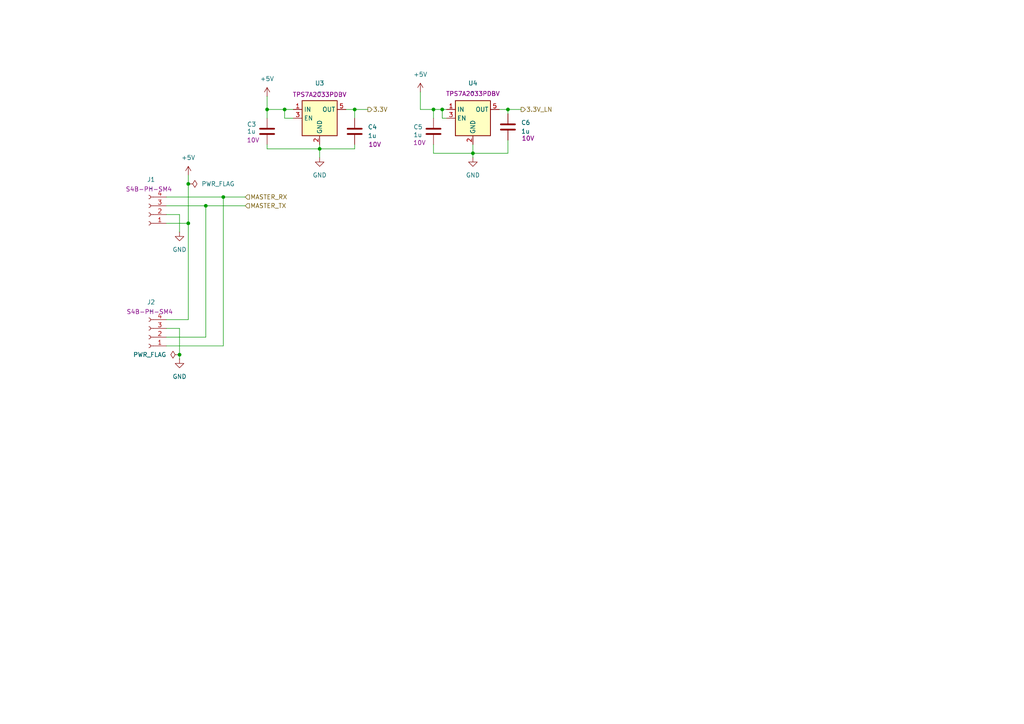
<source format=kicad_sch>
(kicad_sch (version 20250114) (generator "eeschema") (generator_version "9.0")
  (paper "A4")
  (title_block (title "${SHEETNAME}") (rev "${VERSION}") (company "${COMPANY}"))
  (lib_symbols
    (symbol "symbols:+5V" (power) (pin_numbers (hide yes)) (pin_names (offset 0) (hide yes))
      (property "Value" "+5V" (at 0 3.556 0))
      (symbol "+5V_0_1"
        (polyline (pts (xy -0.762 1.27) (xy 0 2.54)))
        (polyline (pts (xy 0 2.54) (xy 0.762 1.27)))
        (polyline (pts (xy 0 0) (xy 0 2.54)))
      )
      (symbol "+5V_1_1"
        (pin power_in line (at 0 0 90) (length 0) (name "~") (number "1"))
      )
    )
    (symbol "symbols:C" (pin_numbers (hide yes)) (pin_names (offset 0.254))
      (property "Reference" "C" (at 0.635 2.54 0))
      (property "Value" "C" (at 0.635 -2.54 0))
      (symbol "C_0_1"
        (polyline (pts (xy -2.032 0.762) (xy 2.032 0.762)) (stroke (width 0.508)))
        (polyline (pts (xy -2.032 -0.762) (xy 2.032 -0.762)) (stroke (width 0.508)))
      )
      (symbol "C_1_1"
        (pin passive line (at 0 3.81 270) (length 2.794) (name "~") (number "1"))
        (pin passive line (at 0 -3.81 90) (length 2.794) (name "~") (number "2"))
      )
    )
    (symbol "symbols:Conn_01x04_Socket" (pin_names (offset 1.016) (hide yes))
      (property "Reference" "J" (at 0 5.08 0))
      (property "Value" "Conn_01x04_Socket" (at 0 -7.62 0))
      (symbol "Conn_01x04_Socket_1_1"
        (polyline (pts (xy -1.27 2.54) (xy -0.508 2.54)) (stroke (width 0.1524)))
        (polyline (pts (xy -1.27 0) (xy -0.508 0)) (stroke (width 0.1524)))
        (polyline (pts (xy -1.27 -2.54) (xy -0.508 -2.54)) (stroke (width 0.1524)))
        (polyline (pts (xy -1.27 -5.08) (xy -0.508 -5.08)) (stroke (width 0.1524)))
        (arc (start 0 2.032) (mid -0.5058 2.54) (end 0 3.048) (stroke (width 0.1524)))
        (arc (start 0 -0.508) (mid -0.5058 0) (end 0 0.508) (stroke (width 0.1524)))
        (arc (start 0 -3.048) (mid -0.5058 -2.54) (end 0 -2.032) (stroke (width 0.1524)))
        (arc (start 0 -5.588) (mid -0.5058 -5.08) (end 0 -4.572) (stroke (width 0.1524)))
        (pin passive line (at -5.08 2.54 0) (length 3.81) (name "Pin_1") (number "1"))
        (pin passive line (at -5.08 0 0) (length 3.81) (name "Pin_2") (number "2"))
        (pin passive line (at -5.08 -2.54 0) (length 3.81) (name "Pin_3") (number "3"))
        (pin passive line (at -5.08 -5.08 0) (length 3.81) (name "Pin_4") (number "4"))
      )
    )
    (symbol "symbols:GND" (power) (pin_numbers (hide yes)) (pin_names (offset 0) (hide yes))
      (property "Value" "GND" (at 0 -3.81 0))
      (symbol "GND_0_1"
        (polyline (pts (xy 0 0) (xy 0 -1.27) (xy 1.27 -1.27) (xy 0 -2.54) (xy -1.27 -1.27) (xy 0 -1.27)))
      )
      (symbol "GND_1_1"
        (pin power_in line (at 0 0 270) (length 0) (name "~") (number "1"))
      )
    )
    (symbol "symbols:PWR_FLAG" (power) (pin_numbers (hide yes)) (pin_names (offset 0) (hide yes))
      (property "Value" "PWR_FLAG" (at 0 3.81 0))
      (symbol "PWR_FLAG_0_0"
        (pin power_out line (at 0 0 90) (length 0) (name "~") (number "1"))
      )
      (symbol "PWR_FLAG_0_1"
        (polyline (pts (xy 0 0) (xy 0 1.27) (xy -1.016 1.905) (xy 0 2.54) (xy 1.016 1.905) (xy 0 1.27)))
      )
    )
    (symbol "symbols:TPS7A20xxxDBV"
      (property "Reference" "U" (at -3.81 6.35 0))
      (property "Value" "TPS7A20xxxDBV" (at 6.35 6.35 0))
      (symbol "TPS7A20xxxDBV_0_1"
        (rectangle (start -5.08 5.08) (end 5.08 -5.08) (stroke (width 0.254)) (fill (type background)))
        (pin power_in line (at -7.62 2.54 0) (length 2.54) (name "IN") (number "1"))
        (pin input line (at -7.62 0 0) (length 2.54) (name "EN") (number "3"))
        (pin power_in line (at 0 -7.62 90) (length 2.54) (name "GND") (number "2"))
      )
      (symbol "TPS7A20xxxDBV_1_1"
        (pin power_out line (at 7.62 2.54 180) (length 2.54) (name "OUT") (number "5"))
      )
    )
  )
  (junction (at 64.77 57.15))
  (junction (at 137.16 44.45))
  (junction (at 92.71 43.18))
  (junction (at 82.55 31.75))
  (junction (at 125.73 31.75))
  (junction (at 54.61 53.34))
  (junction (at 52.07 102.87))
  (junction (at 147.32 31.75))
  (junction (at 128.27 31.75))
  (junction (at 54.61 64.77))
  (junction (at 59.69 59.69))
  (junction (at 102.87 31.75))
  (junction (at 77.47 31.75))
  (wire (pts (xy 77.47 41.91) (xy 77.47 43.18)))
  (wire (pts (xy 129.54 34.29) (xy 128.27 34.29)))
  (wire (pts (xy 48.26 100.33) (xy 64.77 100.33)))
  (wire (pts (xy 125.73 44.45) (xy 137.16 44.45)))
  (wire (pts (xy 102.87 31.75) (xy 102.87 34.29)))
  (wire (pts (xy 48.26 97.79) (xy 59.69 97.79)))
  (wire (pts (xy 48.26 59.69) (xy 59.69 59.69)))
  (wire (pts (xy 48.26 95.25) (xy 52.07 95.25)))
  (wire (pts (xy 59.69 59.69) (xy 71.12 59.69)))
  (wire (pts (xy 52.07 102.87) (xy 52.07 104.14)))
  (wire (pts (xy 64.77 57.15) (xy 64.77 100.33)))
  (wire (pts (xy 52.07 62.23) (xy 52.07 67.31)))
  (wire (pts (xy 48.26 92.71) (xy 54.61 92.71)))
  (wire (pts (xy 102.87 41.91) (xy 102.87 43.18)))
  (wire (pts (xy 137.16 44.45) (xy 147.32 44.45)))
  (wire (pts (xy 147.32 31.75) (xy 147.32 33.02)))
  (wire (pts (xy 125.73 31.75) (xy 121.92 31.75)))
  (wire (pts (xy 92.71 41.91) (xy 92.71 43.18)))
  (wire (pts (xy 100.33 31.75) (xy 102.87 31.75)))
  (wire (pts (xy 129.54 31.75) (xy 128.27 31.75)))
  (wire (pts (xy 48.26 62.23) (xy 52.07 62.23)))
  (wire (pts (xy 48.26 64.77) (xy 54.61 64.77)))
  (wire (pts (xy 82.55 31.75) (xy 77.47 31.75)))
  (wire (pts (xy 64.77 57.15) (xy 71.12 57.15)))
  (wire (pts (xy 125.73 44.45) (xy 125.73 41.91)))
  (wire (pts (xy 128.27 34.29) (xy 128.27 31.75)))
  (wire (pts (xy 59.69 59.69) (xy 59.69 97.79)))
  (wire (pts (xy 147.32 31.75) (xy 151.13 31.75)))
  (wire (pts (xy 85.09 31.75) (xy 82.55 31.75)))
  (wire (pts (xy 147.32 44.45) (xy 147.32 40.64)))
  (wire (pts (xy 121.92 31.75) (xy 121.92 26.67)))
  (wire (pts (xy 77.47 43.18) (xy 92.71 43.18)))
  (wire (pts (xy 144.78 31.75) (xy 147.32 31.75)))
  (wire (pts (xy 125.73 31.75) (xy 125.73 34.29)))
  (wire (pts (xy 54.61 64.77) (xy 54.61 92.71)))
  (wire (pts (xy 77.47 31.75) (xy 77.47 34.29)))
  (wire (pts (xy 92.71 43.18) (xy 102.87 43.18)))
  (wire (pts (xy 85.09 34.29) (xy 82.55 34.29)))
  (wire (pts (xy 137.16 44.45) (xy 137.16 45.72)))
  (wire (pts (xy 54.61 53.34) (xy 54.61 64.77)))
  (wire (pts (xy 77.47 31.75) (xy 77.47 27.94)))
  (wire (pts (xy 102.87 31.75) (xy 106.68 31.75)))
  (wire (pts (xy 48.26 57.15) (xy 64.77 57.15)))
  (wire (pts (xy 128.27 31.75) (xy 125.73 31.75)))
  (wire (pts (xy 52.07 95.25) (xy 52.07 102.87)))
  (wire (pts (xy 137.16 41.91) (xy 137.16 44.45)))
  (wire (pts (xy 54.61 50.8) (xy 54.61 53.34)))
  (wire (pts (xy 92.71 43.18) (xy 92.71 45.72)))
  (wire (pts (xy 82.55 34.29) (xy 82.55 31.75)))
  (hierarchical_label "MASTER_TX" (shape input) (at 71.12 59.69 0))
  (hierarchical_label "MASTER_RX" (shape input) (at 71.12 57.15 0))
  (hierarchical_label "3.3V" (shape output) (at 106.68 31.75 0))
  (hierarchical_label "3.3V_LN" (shape output) (at 151.13 31.75 0))
  (symbol (lib_id "symbols:C") (at 147.32 36.83 0) (unit 1)
    (property "Reference" "C6" (at 151.13 35.5599 0) (effects (justify left)))
    (property "Value" "1u" (at 151.13 38.0999 0) (effects (justify left)))
    (property "Footprint" "footprints:C_0603_1608Metric" (effects (hide yes)))
    (property "Description" "10V" (at 153.162 40.132 0))
    (property "LCSC" "C15849" (effects (hide yes)))
  )
  (symbol (lib_id "symbols:C") (at 102.87 38.1 0) (unit 1)
    (property "Reference" "C4" (at 106.68 36.8299 0) (effects (justify left)))
    (property "Value" "1u" (at 106.68 39.3699 0) (effects (justify left)))
    (property "Footprint" "footprints:C_0603_1608Metric" (effects (hide yes)))
    (property "Description" "10V" (at 108.712 41.91 0))
    (property "LCSC" "C15849" (effects (hide yes)))
  )
  (symbol (lib_id "symbols:GND") (at 52.07 67.31 0) (unit 1)
    (property "Reference" "#PWR04" (effects (hide yes)))
    (property "Value" "GND" (at 52.07 72.39 0))
    (property "Description" "Power symbol creates a global label with name \"GND\" , ground" (effects (hide yes)))
  )
  (symbol (lib_id "symbols:C") (at 125.73 38.1 0) (unit 1)
    (property "Reference" "C5" (at 119.888 36.83 0) (effects (justify left)))
    (property "Value" "1u" (at 119.888 39.116 0) (effects (justify left)))
    (property "Footprint" "footprints:C_0603_1608Metric" (effects (hide yes)))
    (property "Description" "10V" (at 121.666 41.402 0))
    (property "LCSC" "C15849" (effects (hide yes)))
  )
  (symbol (lib_id "symbols:TPS7A20xxxDBV") (at 92.71 34.29 0) (unit 1)
    (property "Reference" "U3" (at 92.71 24.13 0))
    (property "Value" "~" (at 92.71 26.67 0))
    (property "Footprint" "footprints:SOT-23-5" (effects (hide yes)))
    (property "Datasheet" "https://www.ti.com/lit/ds/symlink/tps7a20.pdf" (effects (hide yes)))
    (property "LCSC" "C2862740" (effects (hide yes)))
    (property "MPN" "TPS7A2033PDBV" (at 92.71 27.432 0))
  )
  (symbol (lib_id "symbols:Conn_01x04_Socket") (at 43.18 62.23 180) (unit 1)
    (property "Reference" "J1" (at 43.815 52.07 0))
    (property "Value" "~" (at 43.815 54.61 0))
    (property "Footprint" "footprints:JST_PH_S4B-PH-SM4-TB_1x04-1MP_P2.00mm_Horizontal" (effects (hide yes)))
    (property "Description" "Generic connector, single row, 01x04, script generated" (effects (hide yes)))
    (property "LCSC" "C265102" (effects (hide yes)))
    (property "MPN" "S4B-PH-SM4" (at 43.18 54.864 0))
  )
  (symbol (lib_id "symbols:+5V") (at 54.61 50.8 0) (unit 1)
    (property "Reference" "#PWR01" (effects (hide yes)))
    (property "Value" "+5V" (at 54.61 45.72 0))
    (property "Description" "Power symbol creates a global label with name \"+5V\"" (effects (hide yes)))
  )
  (symbol (lib_id "symbols:+5V") (at 77.47 27.94 0) (unit 1)
    (property "Reference" "#PWR02" (effects (hide yes)))
    (property "Value" "+5V" (at 77.47 22.86 0))
    (property "Description" "Power symbol creates a global label with name \"+5V\"" (effects (hide yes)))
  )
  (symbol (lib_id "symbols:+5V") (at 121.92 26.67 0) (unit 1)
    (property "Reference" "#PWR03" (effects (hide yes)))
    (property "Value" "+5V" (at 121.92 21.59 0))
    (property "Description" "Power symbol creates a global label with name \"+5V\"" (effects (hide yes)))
  )
  (symbol (lib_id "symbols:TPS7A20xxxDBV") (at 137.16 34.29 0) (unit 1)
    (property "Reference" "U4" (at 137.16 24.13 0))
    (property "Value" "~" (at 137.16 26.67 0))
    (property "Footprint" "footprints:SOT-23-5" (effects (hide yes)))
    (property "Datasheet" "https://www.ti.com/lit/ds/symlink/tps7a20.pdf" (effects (hide yes)))
    (property "LCSC" "C2862740" (effects (hide yes)))
    (property "MPN" "TPS7A2033PDBV" (at 137.16 27.178 0))
  )
  (symbol (lib_id "symbols:PWR_FLAG") (at 54.61 53.34 270) (unit 1)
    (property "Reference" "#FLG03" (effects (hide yes)))
    (property "Value" "PWR_FLAG" (at 58.42 53.3399 90) (effects (justify left)))
    (property "Description" "Special symbol for telling ERC where power comes from" (effects (hide yes)))
  )
  (symbol (lib_id "symbols:GND") (at 137.16 45.72 0) (unit 1)
    (property "Reference" "#PWR08" (effects (hide yes)))
    (property "Value" "GND" (at 137.16 50.8 0))
    (property "Description" "Power symbol creates a global label with name \"GND\" , ground" (effects (hide yes)))
  )
  (symbol (lib_id "symbols:PWR_FLAG") (at 52.07 102.87 90) (unit 1)
    (property "Reference" "#FLG02" (effects (hide yes)))
    (property "Value" "PWR_FLAG" (at 48.26 102.8699 90) (effects (justify left)))
    (property "Description" "Special symbol for telling ERC where power comes from" (effects (hide yes)))
  )
  (symbol (lib_id "symbols:Conn_01x04_Socket") (at 43.18 97.79 180) (unit 1)
    (property "Reference" "J2" (at 43.815 87.63 0))
    (property "Value" "~" (at 43.815 90.17 0))
    (property "Footprint" "footprints:JST_PH_S4B-PH-SM4-TB_1x04-1MP_P2.00mm_Horizontal" (effects (hide yes)))
    (property "Description" "Generic connector, single row, 01x04, script generated" (effects (hide yes)))
    (property "LCSC" "C265102" (effects (hide yes)))
    (property "MPN" "S4B-PH-SM4" (at 43.434 90.424 0))
  )
  (symbol (lib_id "symbols:GND") (at 92.71 45.72 0) (unit 1)
    (property "Reference" "#PWR05" (effects (hide yes)))
    (property "Value" "GND" (at 92.71 50.8 0))
    (property "Description" "Power symbol creates a global label with name \"GND\" , ground" (effects (hide yes)))
  )
  (symbol (lib_id "symbols:GND") (at 52.07 104.14 0) (unit 1)
    (property "Reference" "#PWR030" (effects (hide yes)))
    (property "Value" "GND" (at 52.07 109.22 0))
    (property "Description" "Power symbol creates a global label with name \"GND\" , ground" (effects (hide yes)))
  )
  (symbol (lib_id "symbols:C") (at 77.47 38.1 0) (unit 1)
    (property "Reference" "C3" (at 71.628 36.068 0) (effects (justify left)))
    (property "Value" "1u" (at 71.628 38.1 0) (effects (justify left)))
    (property "Footprint" "footprints:C_0603_1608Metric" (effects (hide yes)))
    (property "Description" "10V" (at 73.406 40.64 0))
    (property "LCSC" "C15849" (effects (hide yes)))
  )
)
</source>
